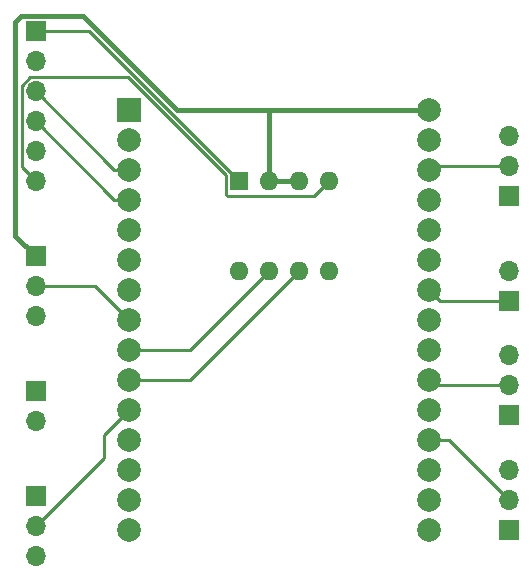
<source format=gbr>
%TF.GenerationSoftware,KiCad,Pcbnew,7.0.5-0*%
%TF.CreationDate,2023-07-19T18:28:50-07:00*%
%TF.ProjectId,tasty-totem-board,74617374-792d-4746-9f74-656d2d626f61,0.1*%
%TF.SameCoordinates,Original*%
%TF.FileFunction,Copper,L1,Top*%
%TF.FilePolarity,Positive*%
%FSLAX46Y46*%
G04 Gerber Fmt 4.6, Leading zero omitted, Abs format (unit mm)*
G04 Created by KiCad (PCBNEW 7.0.5-0) date 2023-07-19 18:28:50*
%MOMM*%
%LPD*%
G01*
G04 APERTURE LIST*
%TA.AperFunction,ComponentPad*%
%ADD10R,1.700000X1.700000*%
%TD*%
%TA.AperFunction,ComponentPad*%
%ADD11O,1.700000X1.700000*%
%TD*%
%TA.AperFunction,ComponentPad*%
%ADD12O,1.600000X1.600000*%
%TD*%
%TA.AperFunction,ComponentPad*%
%ADD13R,1.600000X1.600000*%
%TD*%
%TA.AperFunction,ComponentPad*%
%ADD14C,2.000000*%
%TD*%
%TA.AperFunction,ComponentPad*%
%ADD15R,2.000000X2.000000*%
%TD*%
%TA.AperFunction,Conductor*%
%ADD16C,0.250000*%
%TD*%
%TA.AperFunction,Conductor*%
%ADD17C,0.450000*%
%TD*%
G04 APERTURE END LIST*
D10*
%TO.P,J8,1,Pin_1*%
%TO.N,+5V*%
X184150000Y-76200000D03*
D11*
%TO.P,J8,2,Pin_2*%
%TO.N,/SIGA*%
X184150000Y-73660000D03*
%TO.P,J8,3,Pin_3*%
%TO.N,GND*%
X184150000Y-71120000D03*
%TD*%
D10*
%TO.P,J7,1,Pin_1*%
%TO.N,+5V*%
X184150000Y-94740000D03*
D11*
%TO.P,J7,2,Pin_2*%
%TO.N,/LIGHT SENSOR*%
X184150000Y-92200000D03*
%TO.P,J7,3,Pin_3*%
%TO.N,GND*%
X184150000Y-89660000D03*
%TD*%
D10*
%TO.P,J6,1,Pin_1*%
%TO.N,+5V*%
X184150000Y-104440000D03*
D11*
%TO.P,J6,2,Pin_2*%
%TO.N,/AUX Strip*%
X184150000Y-101900000D03*
%TO.P,J6,3,Pin_3*%
%TO.N,GND*%
X184150000Y-99360000D03*
%TD*%
D10*
%TO.P,J5,1,Pin_1*%
%TO.N,/ACTIVATION SWITCH*%
X184150000Y-85090000D03*
D11*
%TO.P,J5,2,Pin_2*%
%TO.N,GND*%
X184150000Y-82550000D03*
%TD*%
D12*
%TO.P,U2,8,GND*%
%TO.N,GND*%
X161300000Y-82560000D03*
%TO.P,U2,7,IB*%
%TO.N,/MOTOR PWM 2*%
X163840000Y-82560000D03*
%TO.P,U2,6,IA*%
%TO.N,/MOTOR PWM 1*%
X166380000Y-82560000D03*
%TO.P,U2,5,GND*%
%TO.N,GND*%
X168920000Y-82560000D03*
%TO.P,U2,4,OB*%
%TO.N,/MOTOR POWER INPUT M2*%
X168920000Y-74940000D03*
%TO.P,U2,3,VCC*%
%TO.N,+5V*%
X166380000Y-74940000D03*
%TO.P,U2,2,VCC*%
X163840000Y-74940000D03*
D13*
%TO.P,U2,1,OA*%
%TO.N,/MOTOR POWER INPUT M1 *%
X161300000Y-74940000D03*
%TD*%
D10*
%TO.P,J4,1,Pin_1*%
%TO.N,+5V*%
X144100000Y-81295000D03*
D11*
%TO.P,J4,2,Pin_2*%
%TO.N,/LED Strobe*%
X144100000Y-83835000D03*
%TO.P,J4,3,Pin_3*%
%TO.N,GND*%
X144100000Y-86375000D03*
%TD*%
%TO.P,J3,2,Pin_2*%
%TO.N,GND*%
X144100000Y-95220000D03*
D10*
%TO.P,J3,1,Pin_1*%
%TO.N,+3.3V*%
X144100000Y-92680000D03*
%TD*%
%TO.P,J2,1,Pin_1*%
%TO.N,+3.3V*%
X144100000Y-101615000D03*
D11*
%TO.P,J2,2,Pin_2*%
%TO.N,/IR Signal*%
X144100000Y-104155000D03*
%TO.P,J2,3,Pin_3*%
%TO.N,GND*%
X144100000Y-106695000D03*
%TD*%
D10*
%TO.P,J1,1,Pin_1*%
%TO.N,/MOTOR POWER INPUT M1 *%
X144100000Y-62255000D03*
D11*
%TO.P,J1,2,Pin_2*%
%TO.N,GND*%
X144100000Y-64795000D03*
%TO.P,J1,3,Pin_3*%
%TO.N,/B PHASE OF C1 ENCODER*%
X144100000Y-67335000D03*
%TO.P,J1,4,Pin_4*%
%TO.N,/A PHASE OF C2 ENCODER*%
X144100000Y-69875000D03*
%TO.P,J1,5,Pin_5*%
%TO.N,+3.3V*%
X144100000Y-72415000D03*
%TO.P,J1,6,Pin_6*%
%TO.N,/MOTOR POWER INPUT M2*%
X144100000Y-74955000D03*
%TD*%
D14*
%TO.P,U1,16,EN*%
%TO.N,unconnected-(U1-EN-Pad16)*%
X177380000Y-104480000D03*
%TO.P,U1,17,VP*%
%TO.N,unconnected-(U1-VP-Pad17)*%
X177380000Y-101940000D03*
%TO.P,U1,18,VN*%
%TO.N,unconnected-(U1-VN-Pad18)*%
X177380000Y-99400000D03*
%TO.P,U1,19,D34*%
%TO.N,/AUX Strip*%
X177380000Y-96860000D03*
%TO.P,U1,20,D35*%
%TO.N,unconnected-(U1-D35-Pad20)*%
X177380000Y-94320000D03*
%TO.P,U1,21,D32*%
%TO.N,/LIGHT SENSOR*%
X177380000Y-91780000D03*
%TO.P,U1,22,D33*%
%TO.N,unconnected-(U1-D33-Pad22)*%
X177380000Y-89240000D03*
%TO.P,U1,23,D25*%
%TO.N,unconnected-(U1-D25-Pad23)*%
X177380000Y-86700000D03*
%TO.P,U1,24,D26*%
%TO.N,/ACTIVATION SWITCH*%
X177380000Y-84160000D03*
%TO.P,U1,25,D27*%
%TO.N,unconnected-(U1-D27-Pad25)*%
X177380000Y-81620000D03*
%TO.P,U1,26,D14*%
%TO.N,unconnected-(U1-D14-Pad26)*%
X177380000Y-79080000D03*
%TO.P,U1,27,D12*%
%TO.N,unconnected-(U1-D12-Pad27)*%
X177380000Y-76540000D03*
%TO.P,U1,28,D13*%
%TO.N,/SIGA*%
X177380000Y-74000000D03*
%TO.P,U1,29,GND*%
%TO.N,GND*%
X177380000Y-71460000D03*
%TO.P,U1,30,VIN*%
%TO.N,+5V*%
X177380000Y-68920000D03*
%TO.P,U1,15,D23*%
%TO.N,unconnected-(U1-D23-Pad15)*%
X151980000Y-104480000D03*
%TO.P,U1,14,D22*%
%TO.N,unconnected-(U1-D22-Pad14)*%
X151980000Y-101940000D03*
%TO.P,U1,13,TX0*%
%TO.N,unconnected-(U1-TX0-Pad13)*%
X151980000Y-99400000D03*
%TO.P,U1,12,RX0*%
%TO.N,unconnected-(U1-RX0-Pad12)*%
X151980000Y-96860000D03*
%TO.P,U1,11,D21*%
%TO.N,/IR Signal*%
X151980000Y-94320000D03*
%TO.P,U1,10,D19*%
%TO.N,/MOTOR PWM 1*%
X151980000Y-91780000D03*
%TO.P,U1,9,D18*%
%TO.N,/MOTOR PWM 2*%
X151980000Y-89240000D03*
%TO.P,U1,8,D5*%
%TO.N,/LED Strobe*%
X151980000Y-86700000D03*
%TO.P,U1,7,TX2*%
%TO.N,unconnected-(U1-TX2-Pad7)*%
X151980000Y-84160000D03*
%TO.P,U1,6,RX2*%
%TO.N,unconnected-(U1-RX2-Pad6)*%
X151980000Y-81620000D03*
%TO.P,U1,5,D4*%
%TO.N,unconnected-(U1-D4-Pad5)*%
X151980000Y-79080000D03*
%TO.P,U1,4,D2*%
%TO.N,/A PHASE OF C2 ENCODER*%
X151980000Y-76540000D03*
%TO.P,U1,3,D15*%
%TO.N,/B PHASE OF C1 ENCODER*%
X151980000Y-74000000D03*
%TO.P,U1,2,GND*%
%TO.N,GND*%
X151980000Y-71460000D03*
D15*
%TO.P,U1,1,3V3*%
%TO.N,+3.3V*%
X151980000Y-68920000D03*
%TD*%
D16*
%TO.N,/SIGA*%
X184150000Y-73660000D02*
X177720000Y-73660000D01*
X177720000Y-73660000D02*
X177380000Y-74000000D01*
%TO.N,/ACTIVATION SWITCH*%
X184150000Y-85090000D02*
X178310000Y-85090000D01*
X178310000Y-85090000D02*
X177380000Y-84160000D01*
%TO.N,/LIGHT SENSOR*%
X184150000Y-92200000D02*
X177800000Y-92200000D01*
X177800000Y-92200000D02*
X177380000Y-91780000D01*
%TO.N,/AUX Strip*%
X184150000Y-101900000D02*
X179110000Y-96860000D01*
X179110000Y-96860000D02*
X177380000Y-96860000D01*
D17*
%TO.N,+5V*%
X166380000Y-74940000D02*
X163840000Y-74940000D01*
X156057818Y-68920000D02*
X163830000Y-68920000D01*
X163830000Y-68920000D02*
X177380000Y-68920000D01*
X163840000Y-74940000D02*
X163840000Y-68930000D01*
X163840000Y-68930000D02*
X163830000Y-68920000D01*
D16*
%TO.N,/MOTOR PWM 1*%
X166380000Y-82560000D02*
X157160000Y-91780000D01*
X157160000Y-91780000D02*
X151980000Y-91780000D01*
%TO.N,/MOTOR PWM 2*%
X163840000Y-82560000D02*
X157160000Y-89240000D01*
X157160000Y-89240000D02*
X151980000Y-89240000D01*
D17*
%TO.N,+5V*%
X144100000Y-81295000D02*
X142375000Y-79570000D01*
X142375000Y-79570000D02*
X142375000Y-61430000D01*
X142375000Y-61430000D02*
X142825000Y-60980000D01*
X148117818Y-60980000D02*
X156057818Y-68920000D01*
X142825000Y-60980000D02*
X148117818Y-60980000D01*
D16*
%TO.N,/IR Signal*%
X144100000Y-104155000D02*
X149860000Y-98395000D01*
X149860000Y-98395000D02*
X149860000Y-96440000D01*
X149860000Y-96440000D02*
X151980000Y-94320000D01*
%TO.N,/LED Strobe*%
X144100000Y-83835000D02*
X149115000Y-83835000D01*
X149115000Y-83835000D02*
X151980000Y-86700000D01*
%TO.N,/MOTOR POWER INPUT M2*%
X144100000Y-74955000D02*
X142925000Y-73780000D01*
X142925000Y-73780000D02*
X142925000Y-66848299D01*
X142925000Y-66848299D02*
X143613299Y-66160000D01*
X160175000Y-74451396D02*
X160175000Y-76065000D01*
X143613299Y-66160000D02*
X151883604Y-66160000D01*
X151883604Y-66160000D02*
X160175000Y-74451396D01*
X160175000Y-76065000D02*
X160310000Y-76200000D01*
X160310000Y-76200000D02*
X167660000Y-76200000D01*
X167660000Y-76200000D02*
X168920000Y-74940000D01*
%TO.N,/MOTOR POWER INPUT M1 *%
X144100000Y-62255000D02*
X148615000Y-62255000D01*
X148615000Y-62255000D02*
X161300000Y-74940000D01*
%TO.N,/B PHASE OF C1 ENCODER*%
X144100000Y-67335000D02*
X150765000Y-74000000D01*
X150765000Y-74000000D02*
X151980000Y-74000000D01*
%TO.N,/A PHASE OF C2 ENCODER*%
X144100000Y-69875000D02*
X150765000Y-76540000D01*
X150765000Y-76540000D02*
X151980000Y-76540000D01*
%TD*%
M02*

</source>
